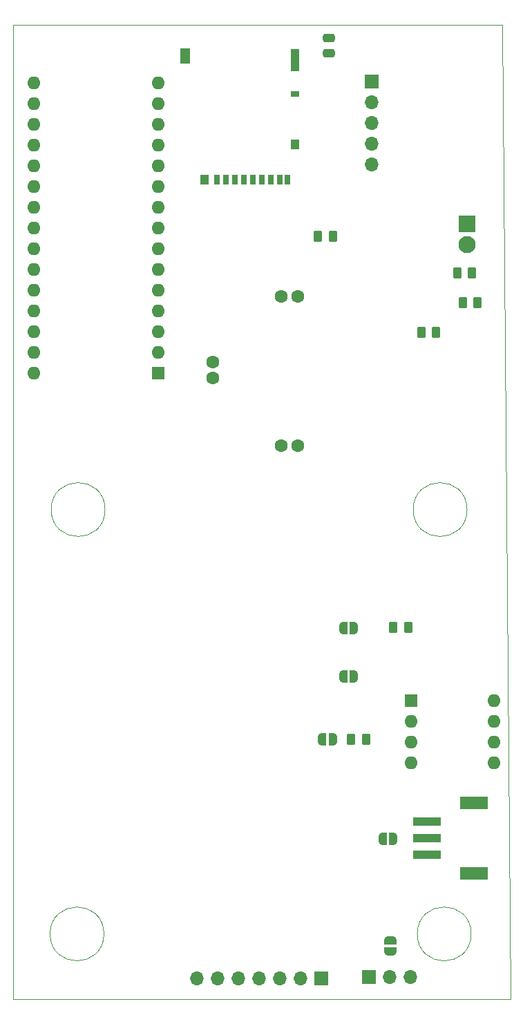
<source format=gbr>
%TF.GenerationSoftware,KiCad,Pcbnew,(6.0.11)*%
%TF.CreationDate,2023-06-04T20:58:32-05:00*%
%TF.ProjectId,Payload-Hard,5061796c-6f61-4642-9d48-6172642e6b69,V1*%
%TF.SameCoordinates,Original*%
%TF.FileFunction,Soldermask,Top*%
%TF.FilePolarity,Negative*%
%FSLAX46Y46*%
G04 Gerber Fmt 4.6, Leading zero omitted, Abs format (unit mm)*
G04 Created by KiCad (PCBNEW (6.0.11)) date 2023-06-04 20:58:32*
%MOMM*%
%LPD*%
G01*
G04 APERTURE LIST*
G04 Aperture macros list*
%AMRoundRect*
0 Rectangle with rounded corners*
0 $1 Rounding radius*
0 $2 $3 $4 $5 $6 $7 $8 $9 X,Y pos of 4 corners*
0 Add a 4 corners polygon primitive as box body*
4,1,4,$2,$3,$4,$5,$6,$7,$8,$9,$2,$3,0*
0 Add four circle primitives for the rounded corners*
1,1,$1+$1,$2,$3*
1,1,$1+$1,$4,$5*
1,1,$1+$1,$6,$7*
1,1,$1+$1,$8,$9*
0 Add four rect primitives between the rounded corners*
20,1,$1+$1,$2,$3,$4,$5,0*
20,1,$1+$1,$4,$5,$6,$7,0*
20,1,$1+$1,$6,$7,$8,$9,0*
20,1,$1+$1,$8,$9,$2,$3,0*%
%AMFreePoly0*
4,1,22,0.500000,-0.750000,0.000000,-0.750000,0.000000,-0.745033,-0.079941,-0.743568,-0.215256,-0.701293,-0.333266,-0.622738,-0.424486,-0.514219,-0.481581,-0.384460,-0.499164,-0.250000,-0.500000,-0.250000,-0.500000,0.250000,-0.499164,0.250000,-0.499963,0.256109,-0.478152,0.396186,-0.417904,0.524511,-0.324060,0.630769,-0.204165,0.706417,-0.067858,0.745374,0.000000,0.744959,0.000000,0.750000,
0.500000,0.750000,0.500000,-0.750000,0.500000,-0.750000,$1*%
%AMFreePoly1*
4,1,20,0.000000,0.744959,0.073905,0.744508,0.209726,0.703889,0.328688,0.626782,0.421226,0.519385,0.479903,0.390333,0.500000,0.250000,0.500000,-0.250000,0.499851,-0.262216,0.476331,-0.402017,0.414519,-0.529596,0.319384,-0.634700,0.198574,-0.708877,0.061801,-0.746166,0.000000,-0.745033,0.000000,-0.750000,-0.500000,-0.750000,-0.500000,0.750000,0.000000,0.750000,0.000000,0.744959,
0.000000,0.744959,$1*%
G04 Aperture macros list end*
%TA.AperFunction,Profile*%
%ADD10C,0.100000*%
%TD*%
%ADD11R,3.500000X1.000000*%
%ADD12R,3.400000X1.500000*%
%ADD13C,1.600000*%
%ADD14FreePoly0,0.000000*%
%ADD15FreePoly1,0.000000*%
%ADD16RoundRect,0.250000X-0.262500X-0.450000X0.262500X-0.450000X0.262500X0.450000X-0.262500X0.450000X0*%
%ADD17R,1.700000X1.700000*%
%ADD18O,1.700000X1.700000*%
%ADD19R,1.600000X1.600000*%
%ADD20O,1.600000X1.600000*%
%ADD21RoundRect,0.250000X-0.475000X0.250000X-0.475000X-0.250000X0.475000X-0.250000X0.475000X0.250000X0*%
%ADD22FreePoly0,180.000000*%
%ADD23FreePoly1,180.000000*%
%ADD24R,0.700000X1.200000*%
%ADD25R,1.000000X0.800000*%
%ADD26R,1.000000X1.200000*%
%ADD27R,1.000000X2.800000*%
%ADD28R,1.300000X1.900000*%
%ADD29R,2.100000X2.100000*%
%ADD30C,2.100000*%
%ADD31FreePoly0,270.000000*%
%ADD32FreePoly1,270.000000*%
G04 APERTURE END LIST*
D10*
X159800000Y-94940000D02*
G75*
G03*
X159800000Y-94940000I-3300000J0D01*
G01*
X164140000Y-35560000D02*
X165100000Y-154940000D01*
X115440000Y-94940000D02*
G75*
G03*
X115440000Y-94940000I-3300000J0D01*
G01*
X165100000Y-154940000D02*
X104140000Y-154940000D01*
X116840001Y-114300000D02*
G75*
G03*
X116840001Y-114300000I-1J0D01*
G01*
X104140000Y-154940000D02*
X104140000Y-35560000D01*
X104140000Y-35560000D02*
X164140000Y-35560000D01*
X160300000Y-146940000D02*
G75*
G03*
X160300000Y-146940000I-3300000J0D01*
G01*
X115300000Y-146940000D02*
G75*
G03*
X115300000Y-146940000I-3300000J0D01*
G01*
D11*
%TO.C,P101*%
X154925000Y-137200000D03*
X154925000Y-135200000D03*
X154925000Y-133200000D03*
D12*
X160675000Y-139550000D03*
X160675000Y-130850000D03*
%TD*%
D13*
%TO.C,U102*%
X137015000Y-87130000D03*
X137015000Y-68790000D03*
X139015000Y-68790000D03*
X139015000Y-87130000D03*
X128625000Y-76850000D03*
X128625000Y-78850000D03*
%TD*%
D14*
%TO.C,JP101*%
X142050000Y-123100000D03*
D15*
X143350000Y-123100000D03*
%TD*%
D16*
%TO.C,R108*%
X158580000Y-65930000D03*
X160405000Y-65930000D03*
%TD*%
%TO.C,R104*%
X141512500Y-61425000D03*
X143337500Y-61425000D03*
%TD*%
D14*
%TO.C,JP105*%
X149450000Y-135300000D03*
D15*
X150750000Y-135300000D03*
%TD*%
D17*
%TO.C,J105*%
X147800000Y-152200000D03*
D18*
X150340000Y-152200000D03*
X152880000Y-152200000D03*
%TD*%
D19*
%TO.C,A101*%
X121920000Y-78232000D03*
D20*
X121920000Y-75692000D03*
X121920000Y-73152000D03*
X121920000Y-70612000D03*
X121920000Y-68072000D03*
X121920000Y-65532000D03*
X121920000Y-62992000D03*
X121920000Y-60452000D03*
X121920000Y-57912000D03*
X121920000Y-55372000D03*
X121920000Y-52832000D03*
X121920000Y-50292000D03*
X121920000Y-47752000D03*
X121920000Y-45212000D03*
X121920000Y-42672000D03*
X106680000Y-42672000D03*
X106680000Y-45212000D03*
X106680000Y-47752000D03*
X106680000Y-50292000D03*
X106680000Y-52832000D03*
X106680000Y-55372000D03*
X106680000Y-57912000D03*
X106680000Y-60452000D03*
X106680000Y-62992000D03*
X106680000Y-65532000D03*
X106680000Y-68072000D03*
X106680000Y-70612000D03*
X106680000Y-73152000D03*
X106680000Y-75692000D03*
X106680000Y-78232000D03*
%TD*%
D21*
%TO.C,C101*%
X142840000Y-37130000D03*
X142840000Y-39030000D03*
%TD*%
D22*
%TO.C,JP103*%
X145900000Y-115400000D03*
D23*
X144600000Y-115400000D03*
%TD*%
D17*
%TO.C,J103*%
X141935000Y-152400000D03*
D18*
X139395000Y-152400000D03*
X136855000Y-152400000D03*
X134315000Y-152400000D03*
X131775000Y-152400000D03*
X129235000Y-152400000D03*
X126695000Y-152400000D03*
%TD*%
D14*
%TO.C,JP104*%
X144650000Y-109500000D03*
D15*
X145950000Y-109500000D03*
%TD*%
D17*
%TO.C,J102*%
X148100000Y-42525000D03*
D18*
X148100000Y-45065000D03*
X148100000Y-47605000D03*
X148100000Y-50145000D03*
X148100000Y-52685000D03*
%TD*%
D24*
%TO.C,J101*%
X129150000Y-54500000D03*
X130250000Y-54500000D03*
X131350000Y-54500000D03*
X132450000Y-54500000D03*
X133550000Y-54500000D03*
X134650000Y-54500000D03*
X135750000Y-54500000D03*
X136850000Y-54500000D03*
X137800000Y-54500000D03*
D25*
X138750000Y-44000000D03*
D26*
X138750000Y-50200000D03*
D27*
X138750000Y-39850000D03*
D26*
X127600000Y-54500000D03*
D28*
X125250000Y-39400000D03*
%TD*%
D19*
%TO.C,U101*%
X152908000Y-118364000D03*
D20*
X152908000Y-120904000D03*
X152908000Y-123444000D03*
X152908000Y-125984000D03*
X163068000Y-125984000D03*
X163068000Y-123444000D03*
X163068000Y-120904000D03*
X163068000Y-118364000D03*
%TD*%
D29*
%TO.C,J104*%
X159766000Y-59944000D03*
D30*
X159766000Y-62484000D03*
%TD*%
D16*
%TO.C,R106*%
X154177500Y-73240000D03*
X156002500Y-73240000D03*
%TD*%
D31*
%TO.C,JP106*%
X150400000Y-147750000D03*
D32*
X150400000Y-149050000D03*
%TD*%
D16*
%TO.C,R105*%
X150775000Y-109400000D03*
X152600000Y-109400000D03*
%TD*%
%TO.C,R101*%
X145587500Y-123100000D03*
X147412500Y-123100000D03*
%TD*%
%TO.C,C103*%
X159258000Y-69596000D03*
X161083000Y-69596000D03*
%TD*%
M02*

</source>
